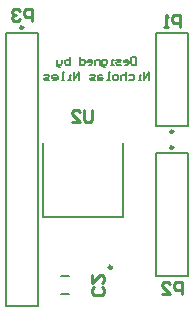
<source format=gbo>
G04*
G04 #@! TF.GenerationSoftware,Altium Limited,Altium Designer,25.1.2 (22)*
G04*
G04 Layer_Color=32896*
%FSLAX25Y25*%
%MOIN*%
G70*
G04*
G04 #@! TF.SameCoordinates,DC056F1D-8049-40C2-8729-A4453FB46455*
G04*
G04*
G04 #@! TF.FilePolarity,Positive*
G04*
G01*
G75*
%ADD10C,0.00984*%
%ADD11C,0.00787*%
%ADD13C,0.00900*%
%ADD34C,0.01181*%
%ADD35C,0.00500*%
%ADD36C,0.00700*%
%ADD37C,0.00600*%
D10*
X365992Y351862D02*
G03*
X365992Y351862I-492J0D01*
G01*
X415992Y317138D02*
G03*
X415992Y317138I-492J0D01*
G01*
Y311862D02*
G03*
X415992Y311862I-492J0D01*
G01*
D11*
X370795Y258910D02*
Y350091D01*
X360205D02*
X370795D01*
X360205Y258910D02*
Y350091D01*
Y258910D02*
X370795D01*
X378622Y263047D02*
X381378D01*
X378622Y268953D02*
X381378D01*
X410205Y350091D02*
X420795D01*
Y318910D02*
Y350091D01*
X410205Y318910D02*
X420795D01*
X410205D02*
Y350091D01*
X420795Y268910D02*
Y310090D01*
X410205D02*
X420795D01*
X410205Y268910D02*
Y310090D01*
Y268910D02*
X420795D01*
D13*
X388832Y324499D02*
Y321167D01*
X388166Y320501D01*
X386833D01*
X386166Y321167D01*
Y324499D01*
X382168Y320501D02*
X384834D01*
X382168Y323166D01*
Y323833D01*
X382834Y324499D01*
X384167D01*
X384834Y323833D01*
X368832Y354001D02*
Y357999D01*
X366833D01*
X366166Y357333D01*
Y356000D01*
X366833Y355334D01*
X368832D01*
X364833Y357333D02*
X364167Y357999D01*
X362834D01*
X362168Y357333D01*
Y356666D01*
X362834Y356000D01*
X363501D01*
X362834D01*
X362168Y355334D01*
Y354667D01*
X362834Y354001D01*
X364167D01*
X364833Y354667D01*
X392333Y265334D02*
X392999Y264667D01*
Y263334D01*
X392333Y262668D01*
X389667D01*
X389001Y263334D01*
Y264667D01*
X389667Y265334D01*
X389001Y269332D02*
Y266667D01*
X391666Y269332D01*
X392333D01*
X392999Y268666D01*
Y267333D01*
X392333Y266667D01*
X418832Y263001D02*
Y266999D01*
X416833D01*
X416166Y266333D01*
Y265000D01*
X416833Y264334D01*
X418832D01*
X412168Y263001D02*
X414833D01*
X412168Y265666D01*
Y266333D01*
X412834Y266999D01*
X414167D01*
X414833Y266333D01*
X418166Y352001D02*
Y355999D01*
X416166D01*
X415500Y355333D01*
Y354000D01*
X416166Y353334D01*
X418166D01*
X414167Y352001D02*
X412834D01*
X413501D01*
Y355999D01*
X414167Y355333D01*
D34*
X395449Y271921D02*
G03*
X395449Y271921I-394J0D01*
G01*
D35*
X372732Y288740D02*
X399268D01*
X372732D02*
Y313232D01*
X399268Y288740D02*
Y313232D01*
D36*
X408044Y334200D02*
Y336899D01*
X406245Y334200D01*
Y336899D01*
X405345Y334200D02*
X404446D01*
X404895D01*
Y335999D01*
X405345D01*
X401297D02*
X402646D01*
X403096Y335550D01*
Y334650D01*
X402646Y334200D01*
X401297D01*
X400397Y336899D02*
Y334200D01*
Y335550D01*
X399947Y335999D01*
X399047D01*
X398597Y335550D01*
Y334200D01*
X397248D02*
X396348D01*
X395898Y334650D01*
Y335550D01*
X396348Y335999D01*
X397248D01*
X397698Y335550D01*
Y334650D01*
X397248Y334200D01*
X394999D02*
X394099D01*
X394549D01*
Y336899D01*
X394999D01*
X392299Y335999D02*
X391400D01*
X390950Y335550D01*
Y334200D01*
X392299D01*
X392749Y334650D01*
X392299Y335100D01*
X390950D01*
X390050Y334200D02*
X388701D01*
X388251Y334650D01*
X388701Y335100D01*
X389600D01*
X390050Y335550D01*
X389600Y335999D01*
X388251D01*
X384652Y334200D02*
Y336899D01*
X382853Y334200D01*
Y336899D01*
X381953Y334200D02*
X381053D01*
X381503D01*
Y335999D01*
X381953D01*
X379703Y334200D02*
X378804D01*
X379254D01*
Y336899D01*
X379703D01*
X376105Y334200D02*
X377004D01*
X377454Y334650D01*
Y335550D01*
X377004Y335999D01*
X376105D01*
X375655Y335550D01*
Y335100D01*
X377454D01*
X374755Y334200D02*
X373406D01*
X372956Y334650D01*
X373406Y335100D01*
X374305D01*
X374755Y335550D01*
X374305Y335999D01*
X372956D01*
D37*
X403621Y341932D02*
Y339433D01*
X402371D01*
X401955Y339850D01*
Y341516D01*
X402371Y341932D01*
X403621D01*
X399872Y339433D02*
X400705D01*
X401122Y339850D01*
Y340683D01*
X400705Y341099D01*
X399872D01*
X399455Y340683D01*
Y340266D01*
X401122D01*
X398622Y339433D02*
X397373D01*
X396956Y339850D01*
X397373Y340266D01*
X398206D01*
X398622Y340683D01*
X398206Y341099D01*
X396956D01*
X396123Y339433D02*
X395290D01*
X395707D01*
Y341099D01*
X396123D01*
X393208Y338600D02*
X392791D01*
X392374Y339017D01*
Y341099D01*
X393624D01*
X394040Y340683D01*
Y339850D01*
X393624Y339433D01*
X392374D01*
X391541D02*
Y341099D01*
X390292D01*
X389875Y340683D01*
Y339433D01*
X387792D02*
X388626D01*
X389042Y339850D01*
Y340683D01*
X388626Y341099D01*
X387792D01*
X387376Y340683D01*
Y340266D01*
X389042D01*
X384877Y341932D02*
Y339433D01*
X386126D01*
X386543Y339850D01*
Y340683D01*
X386126Y341099D01*
X384877D01*
X381545Y341932D02*
Y339433D01*
X380295D01*
X379878Y339850D01*
Y340266D01*
Y340683D01*
X380295Y341099D01*
X381545D01*
X379045D02*
Y339850D01*
X378629Y339433D01*
X377379D01*
Y339017D01*
X377796Y338600D01*
X378212D01*
X377379Y339433D02*
Y341099D01*
M02*

</source>
